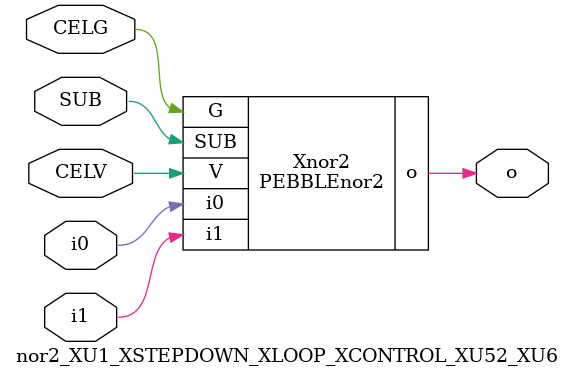
<source format=v>



module PEBBLEnor2 ( o, G, SUB, V, i0, i1 );

  input i0;
  input V;
  input i1;
  input G;
  output o;
  input SUB;
endmodule

//Celera Confidential Do Not Copy nor2_XU1_XSTEPDOWN_XLOOP_XCONTROL_XU52_XU6
//Celera Confidential Symbol Generator
//nor2
module nor2_XU1_XSTEPDOWN_XLOOP_XCONTROL_XU52_XU6 (CELV,CELG,i0,i1,o,SUB);
input CELV;
input CELG;
input i0;
input i1;
input SUB;
output o;

//Celera Confidential Do Not Copy nor2
PEBBLEnor2 Xnor2(
.V (CELV),
.i0 (i0),
.i1 (i1),
.o (o),
.SUB (SUB),
.G (CELG)
);
//,diesize,PEBBLEnor2

//Celera Confidential Do Not Copy Module End
//Celera Schematic Generator
endmodule

</source>
